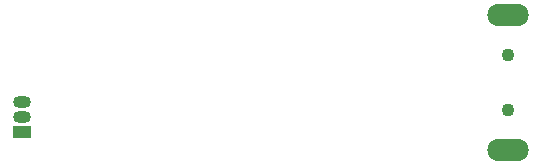
<source format=gbr>
%TF.GenerationSoftware,KiCad,Pcbnew,6.0.1-79c1e3a40b~116~ubuntu20.04.1*%
%TF.CreationDate,2022-01-17T20:19:10+01:00*%
%TF.ProjectId,usb,7573622e-6b69-4636-9164-5f7063625858,rev?*%
%TF.SameCoordinates,Original*%
%TF.FileFunction,Soldermask,Bot*%
%TF.FilePolarity,Negative*%
%FSLAX46Y46*%
G04 Gerber Fmt 4.6, Leading zero omitted, Abs format (unit mm)*
G04 Created by KiCad (PCBNEW 6.0.1-79c1e3a40b~116~ubuntu20.04.1) date 2022-01-17 20:19:10*
%MOMM*%
%LPD*%
G01*
G04 APERTURE LIST*
%ADD10R,1.500000X1.050000*%
%ADD11O,1.500000X1.050000*%
%ADD12C,1.100000*%
%ADD13O,3.500000X1.900000*%
G04 APERTURE END LIST*
D10*
%TO.C,U3*%
X104050000Y-82940000D03*
D11*
X104050000Y-81670000D03*
X104050000Y-80400000D03*
%TD*%
D12*
%TO.C,J1*%
X145250000Y-76470000D03*
X145250000Y-81070000D03*
D13*
X145250000Y-84470000D03*
X145250000Y-73070000D03*
%TD*%
M02*

</source>
